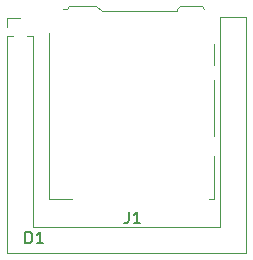
<source format=gto>
G04 #@! TF.GenerationSoftware,KiCad,Pcbnew,6.0.9*
G04 #@! TF.CreationDate,2022-11-20T11:42:09+03:00*
G04 #@! TF.ProjectId,sd-card_adapter_esp32,73642d63-6172-4645-9f61-646170746572,rev?*
G04 #@! TF.SameCoordinates,Original*
G04 #@! TF.FileFunction,Legend,Top*
G04 #@! TF.FilePolarity,Positive*
%FSLAX46Y46*%
G04 Gerber Fmt 4.6, Leading zero omitted, Abs format (unit mm)*
G04 Created by KiCad (PCBNEW 6.0.9) date 2022-11-20 11:42:09*
%MOMM*%
%LPD*%
G01*
G04 APERTURE LIST*
%ADD10C,0.150000*%
%ADD11C,0.120000*%
%ADD12R,1.000000X1.000000*%
%ADD13O,1.000000X1.000000*%
%ADD14C,1.000000*%
%ADD15R,1.300000X1.900000*%
%ADD16R,1.000000X2.800000*%
%ADD17R,1.000000X1.200000*%
%ADD18R,1.000000X0.800000*%
%ADD19R,0.700000X1.200000*%
G04 APERTURE END LIST*
D10*
X102831904Y-81622380D02*
X102831904Y-80622380D01*
X103070000Y-80622380D01*
X103212857Y-80670000D01*
X103308095Y-80765238D01*
X103355714Y-80860476D01*
X103403333Y-81050952D01*
X103403333Y-81193809D01*
X103355714Y-81384285D01*
X103308095Y-81479523D01*
X103212857Y-81574761D01*
X103070000Y-81622380D01*
X102831904Y-81622380D01*
X104355714Y-81622380D02*
X103784285Y-81622380D01*
X104070000Y-81622380D02*
X104070000Y-80622380D01*
X103974761Y-80765238D01*
X103879523Y-80860476D01*
X103784285Y-80908095D01*
X111566664Y-78917380D02*
X111566664Y-79631666D01*
X111519045Y-79774523D01*
X111423807Y-79869761D01*
X111280950Y-79917380D01*
X111185712Y-79917380D01*
X112566664Y-79917380D02*
X111995236Y-79917380D01*
X112280950Y-79917380D02*
X112280950Y-78917380D01*
X112185712Y-79060238D01*
X112090474Y-79155476D01*
X111995236Y-79203095D01*
D11*
X103470000Y-64043750D02*
X103470000Y-80206250D01*
X101250000Y-62523750D02*
X102360000Y-62523750D01*
X101250000Y-82436250D02*
X121530000Y-82426250D01*
X101250000Y-64043750D02*
X101796529Y-64043750D01*
X102923471Y-64043750D02*
X103470000Y-64043750D01*
X101250000Y-63283750D02*
X101250000Y-62523750D01*
X103470000Y-80206250D02*
X119290000Y-80196250D01*
X121530000Y-62506250D02*
X121530000Y-82426250D01*
X119300000Y-62506250D02*
X119290000Y-80196250D01*
X121530000Y-62486250D02*
X119300000Y-62486250D01*
X101250000Y-64033750D02*
X101250000Y-82436250D01*
X106509998Y-61555000D02*
X108819998Y-61555000D01*
X117769998Y-61555000D02*
X117969998Y-61755000D01*
X106749998Y-77825000D02*
X104829998Y-77825000D01*
X104829998Y-77825000D02*
X104829998Y-63815000D01*
X118799998Y-72515000D02*
X118799998Y-67815000D01*
X106509998Y-61555000D02*
X106309998Y-61755000D01*
X108819998Y-61555000D02*
X109329998Y-61905000D01*
X106309998Y-61755000D02*
X106049998Y-61755000D01*
X118349998Y-77825000D02*
X118799998Y-77825000D01*
X118799998Y-66515000D02*
X118799998Y-64715000D01*
X118799998Y-77825000D02*
X118799998Y-74215000D01*
X115909998Y-61555000D02*
X115699998Y-61755000D01*
X117769998Y-61555000D02*
X115909998Y-61555000D01*
X115699998Y-61905000D02*
X109329998Y-61905000D01*
X115699998Y-61905000D02*
X115699998Y-61755000D01*
%LPC*%
D12*
X102360000Y-63283750D03*
D13*
X102360000Y-64553750D03*
X102360000Y-65823750D03*
X102360000Y-67093750D03*
X102360000Y-68363750D03*
X102360000Y-69633750D03*
X102360000Y-70903750D03*
X102360000Y-72173750D03*
X102360000Y-73443750D03*
X102360000Y-74713750D03*
X102360000Y-75983750D03*
X102360000Y-77253750D03*
X102360000Y-78523750D03*
X102360000Y-79793750D03*
X105677500Y-81316250D03*
X106947500Y-81316250D03*
X108217500Y-81316250D03*
X109487500Y-81316250D03*
X110757500Y-81316250D03*
X112027500Y-81316250D03*
X113297500Y-81316250D03*
X114567500Y-81316250D03*
X115837500Y-81316250D03*
X117107500Y-81316250D03*
X120420000Y-79763750D03*
X120420000Y-78493750D03*
X120420000Y-77223750D03*
X120420000Y-75953750D03*
X120420000Y-74683750D03*
X120420000Y-73413750D03*
X120420000Y-72143750D03*
X120420000Y-70873750D03*
X120420000Y-69603750D03*
X120420000Y-68333750D03*
X120420000Y-67063750D03*
X120420000Y-65793750D03*
X120420000Y-64523750D03*
D14*
X120420000Y-63253750D03*
D15*
X105149998Y-62565000D03*
D16*
X118649998Y-63015000D03*
D17*
X118649998Y-73365000D03*
X107499998Y-77665000D03*
D18*
X118649998Y-67165000D03*
D19*
X117699998Y-77665000D03*
X116749998Y-77665000D03*
X115649998Y-77665000D03*
X114549998Y-77665000D03*
X113449998Y-77665000D03*
X112349998Y-77665000D03*
X111249998Y-77665000D03*
X110149998Y-77665000D03*
X109049998Y-77665000D03*
M02*

</source>
